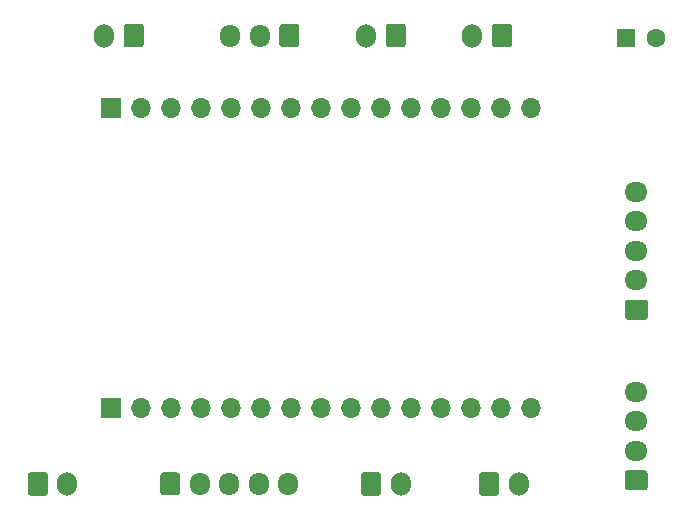
<source format=gbr>
%TF.GenerationSoftware,KiCad,Pcbnew,(5.1.9)-1*%
%TF.CreationDate,2021-02-26T14:18:11+09:00*%
%TF.ProjectId,diesel-heater-esp32,64696573-656c-42d6-9865-617465722d65,rev?*%
%TF.SameCoordinates,Original*%
%TF.FileFunction,Soldermask,Bot*%
%TF.FilePolarity,Negative*%
%FSLAX46Y46*%
G04 Gerber Fmt 4.6, Leading zero omitted, Abs format (unit mm)*
G04 Created by KiCad (PCBNEW (5.1.9)-1) date 2021-02-26 14:18:11*
%MOMM*%
%LPD*%
G01*
G04 APERTURE LIST*
%ADD10O,1.700000X2.000000*%
%ADD11O,1.700000X1.950000*%
%ADD12O,1.950000X1.700000*%
%ADD13R,1.600000X1.600000*%
%ADD14C,1.600000*%
%ADD15R,1.700000X1.700000*%
%ADD16O,1.700000X1.700000*%
G04 APERTURE END LIST*
D10*
%TO.C,J1*%
X120520000Y-73780000D03*
G36*
G01*
X123870000Y-73030000D02*
X123870000Y-74530000D01*
G75*
G02*
X123620000Y-74780000I-250000J0D01*
G01*
X122420000Y-74780000D01*
G75*
G02*
X122170000Y-74530000I0J250000D01*
G01*
X122170000Y-73030000D01*
G75*
G02*
X122420000Y-72780000I250000J0D01*
G01*
X123620000Y-72780000D01*
G75*
G02*
X123870000Y-73030000I0J-250000D01*
G01*
G37*
%TD*%
%TO.C,J3*%
G36*
G01*
X137060000Y-73055000D02*
X137060000Y-74505000D01*
G75*
G02*
X136810000Y-74755000I-250000J0D01*
G01*
X135610000Y-74755000D01*
G75*
G02*
X135360000Y-74505000I0J250000D01*
G01*
X135360000Y-73055000D01*
G75*
G02*
X135610000Y-72805000I250000J0D01*
G01*
X136810000Y-72805000D01*
G75*
G02*
X137060000Y-73055000I0J-250000D01*
G01*
G37*
D11*
X133710000Y-73780000D03*
X131210000Y-73780000D03*
%TD*%
D12*
%TO.C,J4*%
X165600000Y-87000000D03*
X165600000Y-89500000D03*
X165600000Y-92000000D03*
X165600000Y-94500000D03*
G36*
G01*
X166325000Y-97850000D02*
X164875000Y-97850000D01*
G75*
G02*
X164625000Y-97600000I0J250000D01*
G01*
X164625000Y-96400000D01*
G75*
G02*
X164875000Y-96150000I250000J0D01*
G01*
X166325000Y-96150000D01*
G75*
G02*
X166575000Y-96400000I0J-250000D01*
G01*
X166575000Y-97600000D01*
G75*
G02*
X166325000Y-97850000I-250000J0D01*
G01*
G37*
%TD*%
%TO.C,J5*%
G36*
G01*
X114060000Y-112500000D02*
X114060000Y-111000000D01*
G75*
G02*
X114310000Y-110750000I250000J0D01*
G01*
X115510000Y-110750000D01*
G75*
G02*
X115760000Y-111000000I0J-250000D01*
G01*
X115760000Y-112500000D01*
G75*
G02*
X115510000Y-112750000I-250000J0D01*
G01*
X114310000Y-112750000D01*
G75*
G02*
X114060000Y-112500000I0J250000D01*
G01*
G37*
D10*
X117410000Y-111750000D03*
%TD*%
%TO.C,J7*%
G36*
G01*
X166305000Y-112300000D02*
X164855000Y-112300000D01*
G75*
G02*
X164605000Y-112050000I0J250000D01*
G01*
X164605000Y-110850000D01*
G75*
G02*
X164855000Y-110600000I250000J0D01*
G01*
X166305000Y-110600000D01*
G75*
G02*
X166555000Y-110850000I0J-250000D01*
G01*
X166555000Y-112050000D01*
G75*
G02*
X166305000Y-112300000I-250000J0D01*
G01*
G37*
D12*
X165580000Y-108950000D03*
X165580000Y-106450000D03*
X165580000Y-103950000D03*
%TD*%
D10*
%TO.C,J8*%
X142710000Y-73780000D03*
G36*
G01*
X146060000Y-73030000D02*
X146060000Y-74530000D01*
G75*
G02*
X145810000Y-74780000I-250000J0D01*
G01*
X144610000Y-74780000D01*
G75*
G02*
X144360000Y-74530000I0J250000D01*
G01*
X144360000Y-73030000D01*
G75*
G02*
X144610000Y-72780000I250000J0D01*
G01*
X145810000Y-72780000D01*
G75*
G02*
X146060000Y-73030000I0J-250000D01*
G01*
G37*
%TD*%
%TO.C,J9*%
G36*
G01*
X155060000Y-73030000D02*
X155060000Y-74530000D01*
G75*
G02*
X154810000Y-74780000I-250000J0D01*
G01*
X153610000Y-74780000D01*
G75*
G02*
X153360000Y-74530000I0J250000D01*
G01*
X153360000Y-73030000D01*
G75*
G02*
X153610000Y-72780000I250000J0D01*
G01*
X154810000Y-72780000D01*
G75*
G02*
X155060000Y-73030000I0J-250000D01*
G01*
G37*
X151710000Y-73780000D03*
%TD*%
%TO.C,J10*%
G36*
G01*
X125270000Y-112475000D02*
X125270000Y-111025000D01*
G75*
G02*
X125520000Y-110775000I250000J0D01*
G01*
X126720000Y-110775000D01*
G75*
G02*
X126970000Y-111025000I0J-250000D01*
G01*
X126970000Y-112475000D01*
G75*
G02*
X126720000Y-112725000I-250000J0D01*
G01*
X125520000Y-112725000D01*
G75*
G02*
X125270000Y-112475000I0J250000D01*
G01*
G37*
D11*
X128620000Y-111750000D03*
X131120000Y-111750000D03*
X133620000Y-111750000D03*
X136120000Y-111750000D03*
%TD*%
D10*
%TO.C,J11*%
X145620000Y-111750000D03*
G36*
G01*
X142270000Y-112500000D02*
X142270000Y-111000000D01*
G75*
G02*
X142520000Y-110750000I250000J0D01*
G01*
X143720000Y-110750000D01*
G75*
G02*
X143970000Y-111000000I0J-250000D01*
G01*
X143970000Y-112500000D01*
G75*
G02*
X143720000Y-112750000I-250000J0D01*
G01*
X142520000Y-112750000D01*
G75*
G02*
X142270000Y-112500000I0J250000D01*
G01*
G37*
%TD*%
%TO.C,J12*%
G36*
G01*
X152270000Y-112500000D02*
X152270000Y-111000000D01*
G75*
G02*
X152520000Y-110750000I250000J0D01*
G01*
X153720000Y-110750000D01*
G75*
G02*
X153970000Y-111000000I0J-250000D01*
G01*
X153970000Y-112500000D01*
G75*
G02*
X153720000Y-112750000I-250000J0D01*
G01*
X152520000Y-112750000D01*
G75*
G02*
X152270000Y-112500000I0J250000D01*
G01*
G37*
X155620000Y-111750000D03*
%TD*%
D13*
%TO.C,C1*%
X164730000Y-73970000D03*
D14*
X167230000Y-73970000D03*
%TD*%
D15*
%TO.C,J2*%
X121070000Y-79910000D03*
D16*
X123610000Y-79910000D03*
X126150000Y-79910000D03*
X128690000Y-79910000D03*
X131230000Y-79910000D03*
X133770000Y-79910000D03*
X136310000Y-79910000D03*
X138850000Y-79910000D03*
X141390000Y-79910000D03*
X143930000Y-79910000D03*
X146470000Y-79910000D03*
X149010000Y-79910000D03*
X151550000Y-79910000D03*
X154090000Y-79910000D03*
X156630000Y-79910000D03*
%TD*%
%TO.C,J6*%
X156630000Y-105310000D03*
X154090000Y-105310000D03*
X151550000Y-105310000D03*
X149010000Y-105310000D03*
X146470000Y-105310000D03*
X143930000Y-105310000D03*
X141390000Y-105310000D03*
X138850000Y-105310000D03*
X136310000Y-105310000D03*
X133770000Y-105310000D03*
X131230000Y-105310000D03*
X128690000Y-105310000D03*
X126150000Y-105310000D03*
X123610000Y-105310000D03*
D15*
X121070000Y-105310000D03*
%TD*%
M02*

</source>
